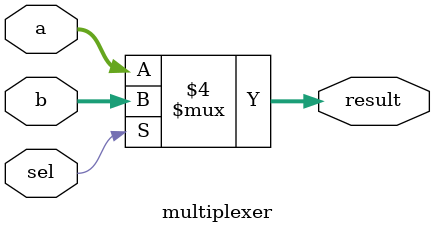
<source format=sv>
`define DSIZE 32

module multiplexer(
    input [`DSIZE-1:0] a,
    input [`DSIZE-1:0] b,
    input sel,
    output [`DSIZE-1:0] result);
  
    wire [`DSIZE-1:0] a,b;
    reg [`DSIZE-1:0] result;
  
    always @(a,b,sel)
    begin
      if(sel==0)
        result=a;
    else
        result=b;
    end    
endmodule
</source>
